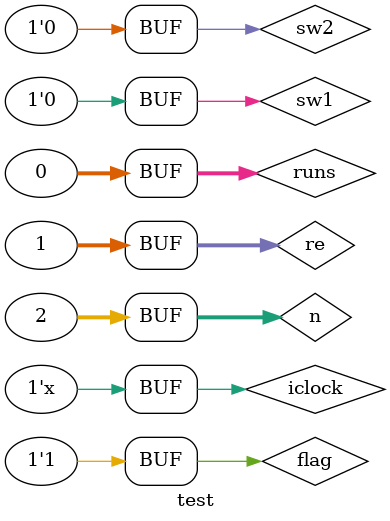
<source format=v>
  
`include "cpu.v"
`timescale 1ns/1ps

module test();

  reg iclock = 1'b1;
  reg sw1=1'b1;
  reg sw2=1'b0;
  integer re = 1;
  integer n = 25;
  reg flag = 3'b0;
  
  hall98 UUT(
     .iclock(iclock),
     .sw1(sw1),
     .sw2(sw2),
     .re(re),
     .n(n),
     .flag(flag)
  );
    integer runs = 0; 
   always #20 iclock <=!iclock;
    initial begin 
    //MOV H , 0x5
    sw1 = 1'b1;
    sw2 = 1'b0;
    re = 1;
    n = 15;  
    //MOV  A , 0x5
    #10;
    sw1 = 1'b1;
    sw2 = 1'b0;
    re = 2;
    n = 5;
    //ADD H,A 
  
  #200;
    sw1 = 1'b0;
    sw2 = 1'b1;
    re = 1;
    n = 2;
    
   #200;
    // SUB  H,A 
    sw1 = 1'b1;
    sw2 = 1'b1;
    re = 1;
    n = 2;
    
    #200;
    //MUL H,A
    sw1 = 1'b0;
    sw2 = 1'b0;
    re = 1;
    n = 2;
    
    
    

  #200;

    //exit 
    
    flag = 3'b1;
    end
 endmodule 

</source>
